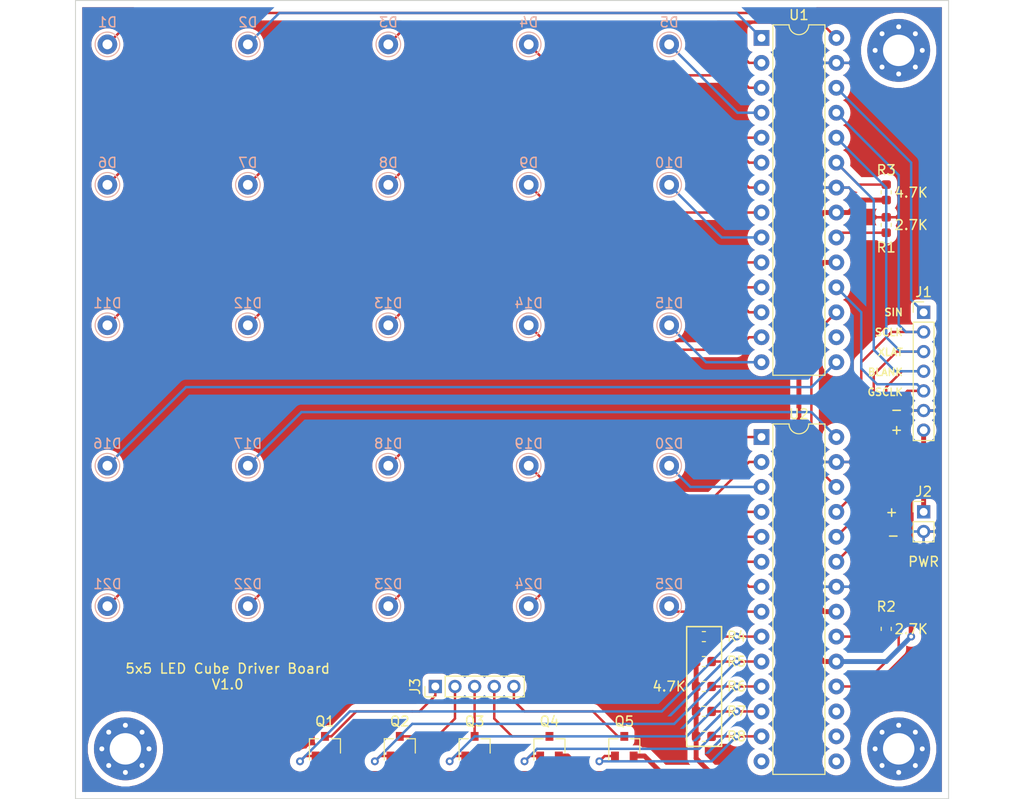
<source format=kicad_pcb>
(kicad_pcb (version 20221018) (generator pcbnew)
  (title_block (title "5x5 LED Cube Driver Board"))
  (layers (0 "F.Cu" signal) (31 "B.Cu" signal) (34 "B.Paste" user) (35 "F.Paste" user) (36 "B.SilkS" user "B.Silkscreen") (37 "F.SilkS" user "F.Silkscreen") (38 "B.Mask" user) (39 "F.Mask" user) (44 "Edge.Cuts" user))
  (net 0 "")
  (net 1 "+5V")
  (net 2 "GND")
  (net 3 "/Layer5")
  (net 4 "/Layer4")
  (net 5 "/Layer3")
  (net 6 "/Layer2")
  (net 7 "/Layer1")
  (net 8 "/Layer1Gate")
  (net 9 "/Layer2Gate")
  (net 10 "/Layer3Gate")
  (net 11 "/Layer4Gate")
  (net 12 "/Layer5Gate")
  (net 13 "/LED1")
  (net 14 "/LED15")
  (net 15 "/LED14")
  (net 16 "/LED13")
  (net 17 "/LED12")
  (net 18 "/LED11")
  (net 19 "/LED10")
  (net 20 "/LED9")
  (net 21 "/LED8")
  (net 22 "/LED7")
  (net 23 "/LED6")
  (net 24 "/LED5")
  (net 25 "/LED4")
  (net 26 "/LED3")
  (net 27 "/LED16")
  (net 28 "/LED2")
  (net 29 "/LED17")
  (net 30 "/LED25")
  (net 31 "/LED24")
  (net 32 "/LED23")
  (net 33 "/LED22")
  (net 34 "/LED21")
  (net 35 "/LED20")
  (net 36 "/LED19")
  (net 37 "/LED18")
  (net 38 "/IREF1")
  (net 39 "/IREF2")
  (net 40 "/SOUT1")
  (net 41 "/ArduinoD13(SCLK)")
  (net 42 "/ArduinoD11(SIN)")
  (net 43 "/ArduinoD10(BLANK)")
  (net 44 "/ArduinoD9(XLAT)")
  (net 45 "/ArduinoD3(GSCLK)")
  (footprint "Package_TO_SOT_SMD:SOT-23" (layer "F.Cu") (at 119.38 134.35 90)
    (fp_text reference "Q1" (at 2.524 0 180) (layer "F.SilkS"))
    (fp_text value "DMG2305UX")
    (pad "1" smd rect (at -1 -0.95 90) (size 0.9 0.8) (layers "F.Cu" "F.Paste" "F.Mask") (net 8 "/Layer1Gate"))
    (pad "2" smd rect (at -1 0.95 90) (size 0.9 0.8) (layers "F.Cu" "F.Paste" "F.Mask") (net 1 "+5V"))
    (pad "3" smd rect (at 1 0 90) (size 0.9 0.8) (layers "F.Cu" "F.Paste" "F.Mask") (net 7 "/Layer1"))
  )
  (footprint "Package_TO_SOT_SMD:SOT-23" (layer "F.Cu") (at 127 134.35 90)
    (fp_text reference "Q2" (at 2.524 0 180) (layer "F.SilkS"))
    (fp_text value "DMG2305UX")
    (pad "1" smd rect (at -1 -0.95 90) (size 0.9 0.8) (layers "F.Cu" "F.Paste" "F.Mask") (net 9 "/Layer2Gate"))
    (pad "2" smd rect (at -1 0.95 90) (size 0.9 0.8) (layers "F.Cu" "F.Paste" "F.Mask") (net 1 "+5V"))
    (pad "3" smd rect (at 1 0 90) (size 0.9 0.8) (layers "F.Cu" "F.Paste" "F.Mask") (net 6 "/Layer2"))
  )
  (footprint "Package_TO_SOT_SMD:SOT-23" (layer "F.Cu") (at 134.62 134.35 90)
    (fp_text reference "Q3" (at 2.524 0 180) (layer "F.SilkS"))
    (fp_text value "DMG2305UX")
    (pad "1" smd rect (at -1 -0.95 90) (size 0.9 0.8) (layers "F.Cu" "F.Paste" "F.Mask") (net 10 "/Layer3Gate"))
    (pad "2" smd rect (at -1 0.95 90) (size 0.9 0.8) (layers "F.Cu" "F.Paste" "F.Mask") (net 1 "+5V"))
    (pad "3" smd rect (at 1 0 90) (size 0.9 0.8) (layers "F.Cu" "F.Paste" "F.Mask") (net 5 "/Layer3"))
  )
  (footprint "Package_TO_SOT_SMD:SOT-23" (layer "F.Cu") (at 142.24 134.35 90)
    (fp_text reference "Q4" (at 2.524 0 180) (layer "F.SilkS"))
    (fp_text value "DMG2305UX")
    (pad "1" smd rect (at -1 -0.95 90) (size 0.9 0.8) (layers "F.Cu" "F.Paste" "F.Mask") (net 11 "/Layer4Gate"))
    (pad "2" smd rect (at -1 0.95 90) (size 0.9 0.8) (layers "F.Cu" "F.Paste" "F.Mask") (net 1 "+5V"))
    (pad "3" smd rect (at 1 0 90) (size 0.9 0.8) (layers "F.Cu" "F.Paste" "F.Mask") (net 4 "/Layer4"))
  )
  (footprint "Package_TO_SOT_SMD:SOT-23" (layer "F.Cu") (at 149.86 134.35 90)
    (fp_text reference "Q5" (at 2.524 0 180) (layer "F.SilkS"))
    (fp_text value "DMG2305UX")
    (pad "1" smd rect (at -1 -0.95 90) (size 0.9 0.8) (layers "F.Cu" "F.Paste" "F.Mask") (net 12 "/Layer5Gate"))
    (pad "2" smd rect (at -1 0.95 90) (size 0.9 0.8) (layers "F.Cu" "F.Paste" "F.Mask") (net 1 "+5V"))
    (pad "3" smd rect (at 1 0 90) (size 0.9 0.8) (layers "F.Cu" "F.Paste" "F.Mask") (net 3 "/Layer5"))
  )
  (footprint "Resistor_SMD:R_0603_1608Metric" (layer "F.Cu") (at 176.53 81.28 90)
    (fp_text reference "R1" (at -2.286 0 180) (layer "F.SilkS"))
    (fp_text value "2.7K")
    (pad "1" smd roundrect (at -0.7875 0 90) (size 0.875 0.95) (layers "F.Cu" "F.Paste" "F.Mask") (net 38 "/IREF1"))
    (pad "2" smd roundrect (at 0.7875 0 90) (size 0.875 0.95) (layers "F.Cu" "F.Paste" "F.Mask") (net 2 "GND"))
  )
  (footprint "Resistor_SMD:R_0603_1608Metric" (layer "F.Cu") (at 176.53 122.4025 90)
    (fp_text reference "R2" (at 2.2605 0 180) (layer "F.SilkS"))
    (fp_text value "2.7K")
    (pad "1" smd roundrect (at -0.7875 0 90) (size 0.875 0.95) (layers "F.Cu" "F.Paste" "F.Mask") (net 39 "/IREF2"))
    (pad "2" smd roundrect (at 0.7875 0 90) (size 0.875 0.95) (layers "F.Cu" "F.Paste" "F.Mask") (net 2 "GND"))
  )
  (footprint "Resistor_SMD:R_0603_1608Metric" (layer "F.Cu") (at 176.53 77.9525 -90)
    (fp_text reference "R3" (at -2.2605 0 180) (layer "F.SilkS"))
    (fp_text value "4.7K")
    (pad "1" smd roundrect (at -0.7875 0 270) (size 0.875 0.95) (layers "F.Cu" "F.Paste" "F.Mask") (net 43 "/ArduinoD10(BLANK)"))
    (pad "2" smd roundrect (at 0.7875 0 270) (size 0.875 0.95) (layers "F.Cu" "F.Paste" "F.Mask") (net 1 "+5V"))
  )
  (footprint "Package_DIP:DIP-28_W7.62mm" (layer "F.Cu") (at 163.83 62.23)
    (fp_text reference "U1" (at 3.81 -2.33) (layer "F.SilkS"))
    (fp_text value "TLC5940NT")
    (pad "1" thru_hole rect (at 0 0) (size 1.6 1.6) (drill 0.8) (layers "*.Cu" "*.Mask") (net 28 "/LED2"))
    (pad "2" thru_hole oval (at 0 2.54) (size 1.6 1.6) (drill 0.8) (layers "*.Cu" "*.Mask") (net 26 "/LED3"))
    (pad "3" thru_hole oval (at 0 5.08) (size 1.6 1.6) (drill 0.8) (layers "*.Cu" "*.Mask") (net 25 "/LED4"))
    (pad "4" thru_hole oval (at 0 7.62) (size 1.6 1.6) (drill 0.8) (layers "*.Cu" "*.Mask") (net 24 "/LED5"))
    (pad "5" thru_hole oval (at 0 10.16) (size 1.6 1.6) (drill 0.8) (layers "*.Cu" "*.Mask") (net 23 "/LED6"))
    (pad "6" thru_hole oval (at 0 12.7) (size 1.6 1.6) (drill 0.8) (layers "*.Cu" "*.Mask") (net 22 "/LED7"))
    (pad "7" thru_hole oval (at 0 15.24) (size 1.6 1.6) (drill 0.8) (layers "*.Cu" "*.Mask") (net 21 "/LED8"))
    (pad "8" thru_hole oval (at 0 17.78) (size 1.6 1.6) (drill 0.8) (layers "*.Cu" "*.Mask") (net 20 "/LED9"))
    (pad "9" thru_hole oval (at 0 20.32) (size 1.6 1.6) (drill 0.8) (layers "*.Cu" "*.Mask") (net 19 "/LED10"))
    (pad "10" thru_hole oval (at 0 22.86) (size 1.6 1.6) (drill 0.8) (layers "*.Cu" "*.Mask") (net 18 "/LED11"))
    (pad "11" thru_hole oval (at 0 25.4) (size 1.6 1.6) (drill 0.8) (layers "*.Cu" "*.Mask") (net 17 "/LED12"))
    (pad "12" thru_hole oval (at 0 27.94) (size 1.6 1.6) (drill 0.8) (layers "*.Cu" "*.Mask") (net 16 "/LED13"))
    (pad "13" thru_hole oval (at 0 30.48) (size 1.6 1.6) (drill 0.8) (layers "*.Cu" "*.Mask") (net 15 "/LED14"))
    (pad "14" thru_hole oval (at 0 33.02) (size 1.6 1.6) (drill 0.8) (layers "*.Cu" "*.Mask") (net 14 "/LED15"))
    (pad "15" thru_hole oval (at 7.62 33.02) (size 1.6 1.6) (drill 0.8) (layers "*.Cu" "*.Mask") (net 27 "/LED16"))
    (pad "16" thru_hole oval (at 7.62 30.48) (size 1.6 1.6) (drill 0.8) (layers "*.Cu" "*.Mask"))
    (pad "17" thru_hole oval (at 7.62 27.94) (size 1.6 1.6) (drill 0.8) (layers "*.Cu" "*.Mask") (net 40 "/SOUT1"))
    (pad "18" thru_hole oval (at 7.62 25.4) (size 1.6 1.6) (drill 0.8) (layers "*.Cu" "*.Mask") (net 45 "/ArduinoD3(GSCLK)"))
    (pad "19" thru_hole oval (at 7.62 22.86) (size 1.6 1.6) (drill 0.8) (layers "*.Cu" "*.Mask") (net 1 "+5V"))
    (pad "20" thru_hole oval (at 7.62 20.32) (size 1.6 1.6) (drill 0.8) (layers "*.Cu" "*.Mask") (net 38 "/IREF1"))
    (pad "21" thru_hole oval (at 7.62 17.78) (size 1.6 1.6) (drill 0.8) (layers "*.Cu" "*.Mask") (net 1 "+5V"))
    (pad "22" thru_hole oval (at 7.62 15.24) (size 1.6 1.6) (drill 0.8) (layers "*.Cu" "*.Mask") (net 2 "GND"))
    (pad "23" thru_hole oval (at 7.62 12.7) (size 1.6 1.6) (drill 0.8) (layers "*.Cu" "*.Mask") (net 43 "/ArduinoD10(BLANK)"))
    (pad "24" thru_hole oval (at 7.62 10.16) (size 1.6 1.6) (drill 0.8) (layers "*.Cu" "*.Mask") (net 44 "/ArduinoD9(XLAT)"))
    (pad "25" thru_hole oval (at 7.62 7.62) (size 1.6 1.6) (drill 0.8) (layers "*.Cu" "*.Mask") (net 41 "/ArduinoD13(SCLK)"))
    (pad "26" thru_hole oval (at 7.62 5.08) (size 1.6 1.6) (drill 0.8) (layers "*.Cu" "*.Mask") (net 42 "/ArduinoD11(SIN)"))
    (pad "27" thru_hole oval (at 7.62 2.54) (size 1.6 1.6) (drill 0.8) (layers "*.Cu" "*.Mask") (net 2 "GND"))
    (pad "28" thru_hole oval (at 7.62 0) (size 1.6 1.6) (drill 0.8) (layers "*.Cu" "*.Mask") (net 13 "/LED1"))
  )
  (footprint "Package_DIP:DIP-28_W7.62mm" (layer "F.Cu") (at 163.83 102.87)
    (fp_text reference "U2" (at 3.81 -2.33) (layer "F.SilkS"))
    (fp_text value "TLC5940NT")
    (pad "1" thru_hole rect (at 0 0) (size 1.6 1.6) (drill 0.8) (layers "*.Cu" "*.Mask") (net 37 "/LED18"))
    (pad "2" thru_hole oval (at 0 2.54) (size 1.6 1.6) (drill 0.8) (layers "*.Cu" "*.Mask") (net 36 "/LED19"))
    (pad "3" thru_hole oval (at 0 5.08) (size 1.6 1.6) (drill 0.8) (layers "*.Cu" "*.Mask") (net 35 "/LED20"))
    (pad "4" thru_hole oval (at 0 7.62) (size 1.6 1.6) (drill 0.8) (layers "*.Cu" "*.Mask") (net 34 "/LED21"))
    (pad "5" thru_hole oval (at 0 10.16) (size 1.6 1.6) (drill 0.8) (layers "*.Cu" "*.Mask") (net 33 "/LED22"))
    (pad "6" thru_hole oval (at 0 12.7) (size 1.6 1.6) (drill 0.8) (layers "*.Cu" "*.Mask") (net 32 "/LED23"))
    (pad "7" thru_hole oval (at 0 15.24) (size 1.6 1.6) (drill 0.8) (layers "*.Cu" "*.Mask") (net 31 "/LED24"))
    (pad "8" thru_hole oval (at 0 17.78) (size 1.6 1.6) (drill 0.8) (layers "*.Cu" "*.Mask") (net 30 "/LED25"))
    (pad "9" thru_hole oval (at 0 20.32) (size 1.6 1.6) (drill 0.8) (layers "*.Cu" "*.Mask") (net 8 "/Layer1Gate"))
    (pad "10" thru_hole oval (at 0 22.86) (size 1.6 1.6) (drill 0.8) (layers "*.Cu" "*.Mask") (net 9 "/Layer2Gate"))
    (pad "11" thru_hole oval (at 0 25.4) (size 1.6 1.6) (drill 0.8) (layers "*.Cu" "*.Mask") (net 10 "/Layer3Gate"))
    (pad "12" thru_hole oval (at 0 27.94) (size 1.6 1.6) (drill 0.8) (layers "*.Cu" "*.Mask") (net 11 "/Layer4Gate"))
    (pad "13" thru_hole oval (at 0 30.48) (size 1.6 1.6) (drill 0.8) (layers "*.Cu" "*.Mask") (net 12 "/Layer5Gate"))
    (pad "14" thru_hole oval (at 0 33.02) (size 1.6 1.6) (drill 0.8) (layers "*.Cu" "*.Mask"))
    (pad "15" thru_hole oval (at 7.62 33.02) (size 1.6 1.6) (drill 0.8) (layers "*.Cu" "*.Mask"))
    (pad "16" thru_hole oval (at 7.62 30.48) (size 1.6 1.6) (drill 0.8) (layers "*.Cu" "*.Mask"))
    (pad "17" thru_hole oval (at 7.62 27.94) (size 1.6 1.6) (drill 0.8) (layers "*.Cu" "*.Mask"))
    (pad "18" thru_hole oval (at 7.62 25.4) (size 1.6 1.6) (drill 0.8) (layers "*.Cu" "*.Mask") (net 45 "/ArduinoD3(GSCLK)"))
    (pad "19" thru_hole oval (at 7.62 22.86) (size 1.6 1.6) (drill 0.8) (layers "*.Cu" "*.Mask") (net 1 "+5V"))
    (pad "20" thru_hole oval (at 7.62 20.32) (size 1.6 1.6) (drill 0.8) (layers "*.Cu" "*.Mask") (net 39 "/IREF2"))
    (pad "21" thru_hole oval (at 7.62 17.78) (size 1.6 1.6) (drill 0.8) (layers "*.Cu" "*.Mask") (net 1 "+5V"))
    (pad "22" thru_hole oval (at 7.62 15.24) (size 1.6 1.6) (drill 0.8) (layers "*.Cu" "*.Mask") (net 2 "GND"))
    (pad "23" thru_hole oval (at 7.62 12.7) (size 1.6 1.6) (drill 0.8) (layers "*.Cu" "*.Mask") (net 43 "/ArduinoD10(BLANK)"))
    (pad "24" thru_hole oval (at 7.62 10.16) (size 1.6 1.6) (drill 0.8) (layers "*.Cu" "*.Mask") (net 44 "/ArduinoD9(XLAT)"))
    (pad "25" thru_hole oval (at 7.62 7.62) (size 1.6 1.6) (drill 0.8) (layers "*.Cu" "*.Mask") (net 41 "/ArduinoD13(SCLK)"))
    (pad "26" thru_hole oval (at 7.62 5.08) (size 1.6 1.6) (drill 0.8) (layers "*.Cu" "*.Mask") (net 40 "/SOUT1"))
    (pad "27" thru_hole oval (at 7.62 2.54) (size 1.6 1.6) (drill 0.8) (layers "*.Cu" "*.Mask") (net 2 "GND"))
    (pad "28" thru_hole oval (at 7.62 0) (size 1.6 1.6) (drill 0.8) (layers "*.Cu" "*.Mask") (net 29 "/LED17"))
  )
  (footprint "MountingHole:MountingHole_3.2mm_M3_Pad_Via" (layer "F.Cu") (at 177.8 63.5)
    (fp_text reference "REF**" hide)
    (fp_text value "MountingHole_3.2mm_M3_Pad_Via")
    (pad "1" thru_hole circle (at -2.4 0) (size 0.8 0.8) (drill 0.5) (layers "*.Cu" "*.Mask"))
    (pad "1" thru_hole circle (at -1.697056 -1.697056) (size 0.8 0.8) (drill 0.5) (layers "*.Cu" "*.Mask"))
    (pad "1" thru_hole circle (at -1.697056 1.697056) (size 0.8 0.8) (drill 0.5) (layers "*.Cu" "*.Mask"))
    (pad "1" thru_hole circle (at 0 -2.4) (size 0.8 0.8) (drill 0.5) (layers "*.Cu" "*.Mask"))
    (pad "1" thru_hole circle (at 0 0) (size 6.4 6.4) (drill 3.2) (layers "*.Cu" "*.Mask"))
    (pad "1" thru_hole circle (at 0 2.4) (size 0.8 0.8) (drill 0.5) (layers "*.Cu" "*.Mask"))
    (pad "1" thru_hole circle (at 1.697056 -1.697056) (size 0.8 0.8) (drill 0.5) (layers "*.Cu" "*.Mask"))
    (pad "1" thru_hole circle (at 1.697056 1.697056) (size 0.8 0.8) (drill 0.5) (layers "*.Cu" "*.Mask"))
    (pad "1" thru_hole circle (at 2.4 0) (size 0.8 0.8) (drill 0.5) (layers "*.Cu" "*.Mask"))
  )
  (footprint "MountingHole:MountingHole_3.2mm_M3_Pad_Via" (layer "F.Cu") (at 99.06 134.62)
    (fp_text reference "REF**" hide)
    (fp_text value "MountingHole_3.2mm_M3_Pad_Via")
    (pad "1" thru_hole circle (at -2.4 0) (size 0.8 0.8) (drill 0.5) (layers "*.Cu" "*.Mask"))
    (pad "1" thru_hole circle (at -1.697056 -1.697056) (size 0.8 0.8) (drill 0.5) (layers "*.Cu" "*.Mask"))
    (pad "1" thru_hole circle (at -1.697056 1.697056) (size 0.8 0.8) (drill 0.5) (layers "*.Cu" "*.Mask"))
    (pad "1" thru_hole circle (at 0 -2.4) (size 0.8 0.8) (drill 0.5) (layers "*.Cu" "*.Mask"))
    (pad "1" thru_hole circle (at 0 0) (size 6.4 6.4) (drill 3.2) (layers "*.Cu" "*.Mask"))
    (pad "1" thru_hole circle (at 0 2.4) (size 0.8 0.8) (drill 0.5) (layers "*.Cu" "*.Mask"))
    (pad "1" thru_hole circle (at 1.697056 -1.697056) (size 0.8 0.8) (drill 0.5) (layers "*.Cu" "*.Mask"))
    (pad "1" thru_hole circle (at 1.697056 1.697056) (size 0.8 0.8) (drill 0.5) (layers "*.Cu" "*.Mask"))
    (pad "1" thru_hole circle (at 2.4 0) (size 0.8 0.8) (drill 0.5) (layers "*.Cu" "*.Mask"))
  )
  (footprint "MountingHole:MountingHole_3.2mm_M3_Pad_Via" (layer "F.Cu") (at 177.8 134.62)
    (fp_text reference "REF**" hide)
    (fp_text value "MountingHole_3.2mm_M3_Pad_Via")
    (pad "1" thru_hole circle (at -2.4 0) (size 0.8 0.8) (drill 0.5) (layers "*.Cu" "*.Mask"))
    (pad "1" thru_hole circle (at -1.697056 -1.697056) (size 0.8 0.8) (drill 0.5) (layers "*.Cu" "*.Mask"))
    (pad "1" thru_hole circle (at -1.697056 1.697056) (size 0.8 0.8) (drill 0.5) (layers "*.Cu" "*.Mask"))
    (pad "1" thru_hole circle (at 0 -2.4) (size 0.8 0.8) (drill 0.5) (layers "*.Cu" "*.Mask"))
    (pad "1" thru_hole circle (at 0 0) (size 6.4 6.4) (drill 3.2) (layers "*.Cu" "*.Mask"))
    (pad "1" thru_hole circle (at 0 2.4) (size 0.8 0.8) (drill 0.5) (layers "*.Cu" "*.Mask"))
    (pad "1" thru_hole circle (at 1.697056 -1.697056) (size 0.8 0.8) (drill 0.5) (layers "*.Cu" "*.Mask"))
    (pad "1" thru_hole circle (at 1.697056 1.697056) (size 0.8 0.8) (drill 0.5) (layers "*.Cu" "*.Mask"))
    (pad "1" thru_hole circle (at 2.4 0) (size 0.8 0.8) (drill 0.5) (layers "*.Cu" "*.Mask"))
  )
  (footprint "Connector_PinHeader_2.00mm:PinHeader_1x02_P2.00mm_Vertical" (layer "F.Cu") (at 180.34 110.49)
    (fp_text reference "J2" (at 0 -2.06) (layer "F.SilkS"))
    (fp_text value "Power")
    (pad "1" thru_hole rect (at 0 0) (size 1.35 1.35) (drill 0.8) (layers "*.Cu" "*.Mask") (net 1 "+5V"))
    (pad "2" thru_hole oval (at 0 2) (size 1.35 1.35) (drill 0.8) (layers "*.Cu" "*.Mask") (net 2 "GND"))
  )
  (footprint "Resistor_SMD:R_0603_1608Metric" (layer "F.Cu") (at 157.9625 133.35)
    (fp_text reference "R8" (at 3.3275 0) (layer "F.SilkS"))
    (fp_text value "4.7K")
    (pad "1" smd roundrect (at -0.7875 0) (size 0.875 0.95) (layers "F.Cu" "F.Paste" "F.Mask") (net 1 "+5V"))
    (pad "2" smd roundrect (at 0.7875 0) (size 0.875 0.95) (layers "F.Cu" "F.Paste" "F.Mask") (net 12 "/Layer5Gate"))
  )
  (footprint "Resistor_SMD:R_0603_1608Metric" (layer "F.Cu") (at 157.9625 128.27)
    (fp_text reference "R6" (at 3.3275 0) (layer "F.SilkS"))
    (fp_text value "4.7K")
    (pad "1" smd roundrect (at -0.7875 0) (size 0.875 0.95) (layers "F.Cu" "F.Paste" "F.Mask") (net 1 "+5V"))
    (pad "2" smd roundrect (at 0.7875 0) (size 0.875 0.95) (layers "F.Cu" "F.Paste" "F.Mask") (net 10 "/Layer3Gate"))
  )
  (footprint "Resistor_SMD:R_0603_1608Metric" (layer "F.Cu") (at 157.9625 125.73)
    (fp_text reference "R5" (at 3.3275 0) (layer "F.SilkS"))
    (fp_text value "4.7K")
    (pad "1" smd roundrect (at -0.7875 0) (size 0.875 0.95) (layers "F.Cu" "F.Paste" "F.Mask") (net 1 "+5V"))
    (pad "2" smd roundrect (at 0.7875 0) (size 0.875 0.95) (layers "F.Cu" "F.Paste" "F.Mask") (net 9 "/Layer2Gate"))
  )
  (footprint "Connector_PinHeader_2.00mm:PinHeader_1x07_P2.00mm_Vertical" (layer "F.Cu") (at 180.34 90.17)
    (fp_text reference "J1" (at 0 -2.06) (layer "F.SilkS"))
    (fp_text value "Arduino")
    (pad "1" thru_hole rect (at 0 0) (size 1.35 1.35) (drill 0.8) (layers "*.Cu" "*.Mask") (net 42 "/ArduinoD11(SIN)"))
    (pad "2" thru_hole oval (at 0 2) (size 1.35 1.35) (drill 0.8) (layers "*.Cu" "*.Mask") (net 41 "/ArduinoD13(SCLK)"))
    (pad "3" thru_hole oval (at 0 4) (size 1.35 1.35) (drill 0.8) (layers "*.Cu" "*.Mask") (net 44 "/ArduinoD9(XLAT)"))
    (pad "4" thru_hole oval (at 0 6) (size 1.35 1.35) (drill 0.8) (layers "*.Cu" "*.Mask") (net 43 "/ArduinoD10(BLANK)"))
    (pad "5" thru_hole oval (at 0 8) (size 1.35 1.35) (drill 0.8) (layers "*.Cu" "*.Mask") (net 45 "/ArduinoD3(GSCLK)"))
    (pad "6" thru_hole oval (at 0 10) (size 1.35 1.35) (drill 0.8) (layers "*.Cu" "*.Mask") (net 2 "GND"))
    (pad "7" thru_hole oval (at 0 12) (size 1.35 1.35) (drill 0.8) (layers "*.Cu" "*.Mask") (net 1 "+5V"))
  )
  (footprint "Resistor_SMD:R_0603_1608Metric" (layer "F.Cu") (at 157.9625 123.19)
    (fp_text reference "R4" (at 3.3275 0) (layer "F.SilkS"))
    (fp_text value "4.7K")
    (pad "1" smd roundrect (at -0.7875 0) (size 0.875 0.95) (layers "F.Cu" "F.Paste" "F.Mask") (net 1 "+5V"))
    (pad "2" smd roundrect (at 0.7875 0) (size 0.875 0.95) (layers "F.Cu" "F.Paste" "F.Mask") (net 8 "/Layer1Gate"))
  )
  (footprint "Resistor_SMD:R_0603_1608Metric" (layer "F.Cu") (at 157.9625 130.81)
    (fp_text reference "R7" (at 3.3275 0) (layer "F.SilkS"))
    (fp_text value "4.7K")
    (pad "1" smd roundrect (at -0.7875 0) (size 0.875 0.95) (layers "F.Cu" "F.Paste" "F.Mask") (net 1 "+5V"))
    (pad "2" smd roundrect (at 0.7875 0) (size 0.875 0.95) (layers "F.Cu" "F.Paste" "F.Mask") (net 11 "/Layer4Gate"))
  )
  (footprint "Connector_PinHeader_2.00mm:PinHeader_1x05_P2.00mm_Vertical" (layer "F.Cu") (at 130.62 128.27 90)
    (fp_text reference "J3" (at 0 -2.06 90) (layer "F.SilkS"))
    (fp_text value "Layers")
    (pad "1" thru_hole rect (at 0 0 90) (size 1.35 1.35) (drill 0.8) (layers "*.Cu" "*.Mask") (net 7 "/Layer1"))
    (pad "2" thru_hole oval (at 0 2 90) (size 1.35 1.35) (drill 0.8) (layers "*.Cu" "*.Mask") (net 6 "/Layer2"))
    (pad "3" thru_hole oval (at 0 4 90) (size 1.35 1.35) (drill 0.8) (layers "*.Cu" "*.Mask") (net 5 "/Layer3"))
    (pad "4" thru_hole oval (at 0 6 90) (size 1.35 1.35) (drill 0.8) (layers "*.Cu" "*.Mask") (net 4 "/Layer4"))
    (pad "5" thru_hole oval (at 0 8 90) (size 1.35 1.35) (drill 0.8) (layers "*.Cu" "*.Mask") (net 3 "/Layer5"))
  )
  (footprint "Connector_Pin:Pin_D1.0mm_L10.0mm" (layer "B.Cu") (at 97.23 62.89)
    (fp_text reference "D1" (at 0 -2.25) (layer "B.SilkS") (effects (justify mirror)))
    (fp_text value "LED")
    (pad "1" thru_hole circle (at 0 0) (size 2 2) (drill 1) (layers "*.Cu" "*.Mask") (net 13 "/LED1"))
  )
  (footprint "Connector_Pin:Pin_D1.0mm_L10.0mm" (layer "B.Cu") (at 111.53 62.89)
    (fp_text reference "D2" (at 0 -2.25) (layer "B.SilkS") (effects (justify mirror)))
    (fp_text value "LED")
    (pad "1" thru_hole circle (at 0 0) (size 2 2) (drill 1) (layers "*.Cu" "*.Mask") (net 28 "/LED2"))
  )
  (footprint "Connector_Pin:Pin_D1.0mm_L10.0mm" (layer "B.Cu") (at 125.83 62.89)
    (fp_text reference "D3" (at 0 -2.25) (layer "B.SilkS") (effects (justify mirror)))
    (fp_text value "LED")
    (pad "1" thru_hole circle (at 0 0) (size 2 2) (drill 1) (layers "*.Cu" "*.Mask") (net 26 "/LED3"))
  )
  (footprint "Connector_Pin:Pin_D1.0mm_L10.0mm" (layer "B.Cu") (at 140.13 62.89)
    (fp_text reference "D4" (at 0 -2.25) (layer "B.SilkS") (effects (justify mirror)))
    (fp_text value "LED")
    (pad "1" thru_hole circle (at 0 0) (size 2 2) (drill 1) (layers "*.Cu" "*.Mask") (net 25 "/LED4"))
  )
  (footprint "Connector_Pin:Pin_D1.0mm_L10.0mm" (layer "B.Cu") (at 154.43 62.89)
    (fp_text reference "D5" (at 0 -2.25) (layer "B.SilkS") (effects (justify mirror)))
    (fp_text value "LED")
    (pad "1" thru_hole circle (at 0 0) (size 2 2) (drill 1) (layers "*.Cu" "*.Mask") (net 24 "/LED5"))
  )
  (footprint "Connector_Pin:Pin_D1.0mm_L10.0mm" (layer "B.Cu") (at 111.53 77.19)
    (fp_text reference "D7" (at 0 -2.25) (layer "B.SilkS") (effects (justify mirror)))
    (fp_text value "LED")
    (pad "1" thru_hole circle (at 0 0) (size 2 2) (drill 1) (layers "*.Cu" "*.Mask") (net 22 "/LED7"))
  )
  (footprint "Connector_Pin:Pin_D1.0mm_L10.0mm" (layer "B.Cu") (at 125.83 77.19)
    (fp_text reference "D8" (at 0 -2.25) (layer "B.SilkS") (effects (justify mirror)))
    (fp_text value "LED")
    (pad "1" thru_hole circle (at 0 0) (size 2 2) (drill 1) (layers "*.Cu" "*.Mask") (net 21 "/LED8"))
  )
  (footprint "Connector_Pin:Pin_D1.0mm_L10.0mm" (layer "B.Cu") (at 140.13 77.19)
    (fp_text reference "D9" (at 0 -2.25) (layer "B.SilkS") (effects (justify mirror)))
    (fp_text value "LED")
    (pad "1" thru_hole circle (at 0 0) (size 2 2) (drill 1) (layers "*.Cu" "*.Mask") (net 20 "/LED9"))
  )
  (footprint "Connector_Pin:Pin_D1.0mm_L10.0mm" (layer "B.Cu") (at 154.43 77.19)
    (fp_text reference "D10" (at 0 -2.25) (layer "B.SilkS") (effects (justify mirror)))
    (fp_text value "LED")
    (pad "1" thru_hole circle (at 0 0) (size 2 2) (drill 1) (layers "*.Cu" "*.Mask") (net 19 "/LED10"))
  )
  (footprint "Connector_Pin:Pin_D1.0mm_L10.0mm" (layer "B.Cu") (at 97.23 91.49)
    (fp_text reference "D11" (at 0 -2.25) (layer "B.SilkS") (effects (justify mirror)))
    (fp_text value "LED")
    (pad "1" thru_hole circle (at 0 0) (size 2 2) (drill 1) (layers "*.Cu" "*.Mask") (net 18 "/LED11"))
  )
  (footprint "Connector_Pin:Pin_D1.0mm_L10.0mm" (layer "B.Cu") (at 111.53 91.49)
    (fp_text reference "D12" (at 0 -2.25) (layer "B.SilkS") (effects (justify mirror)))
    (fp_text value "LED")
    (pad "1" thru_hole circle (at 0 0) (size 2 2) (drill 1) (layers "*.Cu" "*.Mask") (net 17 "/LED12"))
  )
  (footprint "Connector_Pin:Pin_D1.0mm_L10.0mm" (layer "B.Cu") (at 125.83 91.49)
    (fp_text reference "D13" (at 0 -2.25) (layer "B.SilkS") (effects (justify mirror)))
    (fp_text value "LED")
    (pad "1" thru_hole circle (at 0 0) (size 2 2) (drill 1) (layers "*.Cu" "*.Mask") (net 16 "/LED13"))
  )
  (footprint "Connector_Pin:Pin_D1.0mm_L10.0mm" (layer "B.Cu") (at 140.13 91.49)
    (fp_text reference "D14" (at 0 -2.25) (layer "B.SilkS") (effects (justify mirror)))
    (fp_text value "LED")
    (pad "1" thru_hole circle (at 0 0) (size 2 2) (drill 1) (layers "*.Cu" "*.Mask") (net 15 "/LED14"))
  )
  (footprint "Connector_Pin:Pin_D1.0mm_L10.0mm" (layer "B.Cu") (at 154.43 91.49)
    (fp_text reference "D15" (at 0 -2.25) (layer "B.SilkS") (effects (justify mirror)))
    (fp_text value "LED")
    (pad "1" thru_hole circle (at 0 0) (size 2 2) (drill 1) (layers "*.Cu" "*.Mask") (net 14 "/LED15"))
  )
  (footprint "Connector_Pin:Pin_D1.0mm_L10.0mm" (layer "B.Cu") (at 97.23 105.79)
    (fp_text reference "D16" (at 0 -2.25) (layer "B.SilkS") (effects (justify mirror)))
    (fp_text value "LED")
    (pad "1" thru_hole circle (at 0 0) (size 2 2) (drill 1) (layers "*.Cu" "*.Mask") (net 27 "/LED16"))
  )
  (footprint "Connector_Pin:Pin_D1.0mm_L10.0mm" (layer "B.Cu") (at 111.53 105.79)
    (fp_text reference "D17" (at 0 -2.25) (layer "B.SilkS") (effects (justify mirror)))
    (fp_text value "LED")
    (pad "1" thru_hole circle (at 0 0) (size 2 2) (drill 1) (layers "*.Cu" "*.Mask") (net 29 "/LED17"))
  )
  (footprint "Connector_Pin:Pin_D1.0mm_L10.0mm" (layer "B.Cu") (at 125.83 105.79)
    (fp_text reference "D18" (at 0 -2.25) (layer "B.SilkS") (effects (justify mirror)))
    (fp_text value "LED")
    (pad "1" thru_hole circle (at 0 0) (size 2 2) (drill 1) (layers "*.Cu" "*.Mask") (net 37 "/LED18"))
  )
  (footprint "Connector_Pin:Pin_D1.0mm_L10.0mm" (layer "B.Cu") (at 140.13 105.79)
    (fp_text reference "D19" (at 0 -2.25) (layer "B.SilkS") (effects (justify mirror)))
    (fp_text value "LED")
    (pad "1" thru_hole circle (at 0 0) (size 2 2) (drill 1) (layers "*.Cu" "*.Mask") (net 36 "/LED19"))
  )
  (footprint "Connector_Pin:Pin_D1.0mm_L10.0mm" (layer "B.Cu") (at 154.43 105.79)
    (fp_text reference "D20" (at 0 -2.25) (layer "B.SilkS") (effects (justify mirror)))
    (fp_text value "LED")
    (pad "1" thru_hole circle (at 0 0) (size 2 2) (drill 1) (layers "*.Cu" "*.Mask") (net 35 "/LED20"))
  )
  (footprint "Connector_Pin:Pin_D1.0mm_L10.0mm" (layer "B.Cu") (at 97.23 120.09)
    (fp_text reference "D21" (at 0 -2.25) (layer "B.SilkS") (effects (justify mirror)))
    (fp_text value "LED")
    (pad "1" thru_hole circle (at 0 0) (size 2 2) (drill 1) (layers "*.Cu" "*.Mask") (net 34 "/LED21"))
  )
  (footprint "Connector_Pin:Pin_D1.0mm_L10.0mm" (layer "B.Cu") (at 111.53 120.09)
    (fp_text reference "D22" (at 0 -2.25) (layer "B.SilkS") (effects (justify mirror)))
    (fp_text value "LED")
    (pad "1" thru_hole circle (at 0 0) (size 2 2) (drill 1) (layers "*.Cu" "*.Mask") (net 33 "/LED22"))
  )
  (footprint "Connector_Pin:Pin_D1.0mm_L10.0mm" (layer "B.Cu") (at 125.83 120.09)
    (fp_text reference "D23" (at 0 -2.25) (layer "B.SilkS") (effects (justify mirror)))
    (fp_text value "LED")
    (pad "1" thru_hole circle (at 0 0) (size 2 2) (drill 1) (layers "*.Cu" "*.Mask") (net 32 "/LED23"))
  )
  (footprint "Connector_Pin:Pin_D1.0mm_L10.0mm" (layer "B.Cu") (at 140.13 120.09)
    (fp_text reference "D24" (at 0 -2.25) (layer "B.SilkS") (effects (justify mirror)))
    (fp_text value "LED")
    (pad "1" thru_hole circle (at 0 0) (size 2 2) (drill 1) (layers "*.Cu" "*.Mask") (net 31 "/LED24"))
  )
  (footprint "Connector_Pin:Pin_D1.0mm_L10.0mm" (layer "B.Cu") (at 154.43 120.09)
    (fp_text reference "D25" (at 0 -2.25) (layer "B.SilkS") (effects (justify mirror)))
    (fp_text value "LED")
    (pad "1" thru_hole circle (at 0 0) (size 2 2) (drill 1) (layers "*.Cu" "*.Mask") (net 30 "/LED25"))
  )
  (footprint "Connector_Pin:Pin_D1.0mm_L10.0mm" (layer "B.Cu") (at 97.23 77.19)
    (fp_text reference "D6" (at 0 -2.25) (layer "B.SilkS") (effects (justify mirror)))
    (fp_text value "LED")
    (pad "1" thru_hole circle (at 0 0) (size 2 2) (drill 1) (layers "*.Cu" "*.Mask") (net 23 "/LED6"))
  )
  (gr_line (start 159.766 122.174) (end 156.21 122.174) (stroke (width 0.15)) (layer "F.SilkS"))
  (gr_line (start 159.766 134.366) (end 159.766 122.174) (stroke (width 0.15)) (layer "F.SilkS"))
  (gr_line (start 156.21 122.174) (end 156.21 134.366) (stroke (width 0.15)) (layer "F.SilkS"))
  (gr_line (start 156.21 134.366) (end 159.766 134.366) (stroke (width 0.15)) (layer "F.SilkS"))
  (gr_line (start 93.98 58.42) (end 182.88 58.42) (stroke (width 0.1)) (layer "Edge.Cuts"))
  (gr_line (start 182.88 58.42) (end 182.88 139.7) (stroke (width 0.1)) (layer "Edge.Cuts"))
  (gr_line (start 93.98 139.7) (end 93.98 58.42) (stroke (width 0.1)) (layer "Edge.Cuts"))
  (gr_line (start 182.88 139.7) (end 93.98 139.7) (stroke (width 0.1)) (layer "Edge.Cuts"))
  (gr_text "2.7K" (at 179.07 81.28) (layer "F.SilkS") (effects (font (size 1 1))))
  (gr_text "-" (at 178.308 100.076) (layer "F.SilkS") (effects (font (size 1 1)) (justify right)))
  (gr_text "BLANK" (at 178.308 96.266) (layer "F.SilkS") (effects (font (size 0.75 0.75)) (justify right)))
  (gr_text "4.7K" (at 179.07 77.978) (layer "F.SilkS") (effects (font (size 1 1))))
  (gr_text "SCLK" (at 178.308 92.202) (layer "F.SilkS") (effects (font (size 0.75 0.75)) (justify right)))
  (gr_text "-" (at 176.53 113.03 180) (layer "F.SilkS") (effects (font (size 1 1)) (justify right)))
  (gr_text "SIN" (at 178.308 90.17) (layer "F.SilkS") (effects (font (size 0.75 0.75)) (justify right)))
  (gr_text "PWR" (at 180.34 115.57) (layer "F.SilkS") (effects (font (size 1 1))))
  (gr_text "+" (at 178.308 102.108) (layer "F.SilkS") (effects (font (size 1 1)) (justify right)))
  (gr_text "XLAT" (at 178.308 94.234) (layer "F.SilkS") (effects (font (size 0.75 0.75)) (justify right)))
  (gr_text "+" (at 177.8 110.49) (layer "F.SilkS") (effects (font (size 1 1)) (justify right)))
  (gr_text "2.7K" (at 179.07 122.428) (layer "F.SilkS") (effects (font (size 1 1))))
  (gr_text "GSCLK" (at 178.308 98.298) (layer "F.SilkS") (effects (font (size 0.75 0.75)) (justify right)))
  (gr_text "5x5 LED Cube Driver Board\nV1.0" (at 109.474 127.254) (layer "F.SilkS") (effects (font (size 1 1))))
  (gr_text "4.7K" (at 156.21 128.27) (layer "F.SilkS") (effects (font (size 1 1)) (justify right)))
  (segment (start 179.07 123.19) (end 179.07 123.19) (width 0.5) (layer "F.Cu") (net 1))
  (segment (start 154.94 137.13) (end 153.7 137.13) (width 0.5) (layer "F.Cu") (net 1))
  (segment (start 130.63 137.13) (end 123.01 137.13) (width 0.5) (layer "F.Cu") (net 1))
  (segment (start 167.64 123.19) (end 167.64 135.89) (width 0.5) (layer "F.Cu") (net 1))
  (segment (start 123.01 137.13) (end 121.23 135.35) (width 0.5) (layer "F.Cu") (net 1))
  (segment (start 171.45 120.65) (end 170.18 120.65) (width 0.5) (layer "F.Cu") (net 1))
  (segment (start 162.56 138.43) (end 161.26 137.13) (width 0.5) (layer "F.Cu") (net 1))
  (segment (start 173.99 78.74) (end 172.72 80.01) (width 0.5) (layer "F.Cu") (net 1))
  (segment (start 145.87 137.13) (end 138.25 137.13) (width 0.5) (layer "F.Cu") (net 1))
  (segment (start 158.72 137.13) (end 154.94 137.13) (width 0.5) (layer "F.Cu") (net 1))
  (segment (start 180.34 106.68) (end 179.07 107.95) (width 0.5) (layer "F.Cu") (net 1))
  (segment (start 130.63 137.13) (end 128.85 135.35) (width 0.5) (layer "F.Cu") (net 1))
  (segment (start 171.45 125.73) (end 170.18 125.73) (width 0.5) (layer "F.Cu") (net 1))
  (segment (start 180.34 105.41) (end 180.34 106.68) (width 0.5) (layer "F.Cu") (net 1))
  (segment (start 170.18 120.65) (end 167.64 118.11) (width 0.5) (layer "F.Cu") (net 1))
  (segment (start 167.64 88.9) (end 167.64 87.63) (width 0.5) (layer "F.Cu") (net 1))
  (segment (start 167.64 82.55) (end 167.64 86.36) (width 0.5) (layer "F.Cu") (net 1))
  (segment (start 167.64 86.36) (end 167.64 83.82) (width 0.5) (layer "F.Cu") (net 1))
  (segment (start 170.18 125.73) (end 167.64 123.19) (width 0.5) (layer "F.Cu") (net 1))
  (segment (start 145.87 137.13) (end 144.09 135.35) (width 0.5) (layer "F.Cu") (net 1))
  (segment (start 128.85 135.35) (end 127.95 135.35) (width 0.5) (layer "F.Cu") (net 1))
  (segment (start 167.64 116.84) (end 167.64 118.11) (width 0.5) (layer "F.Cu") (net 1))
  (segment (start 161.26 137.13) (end 158.72 137.13) (width 0.5) (layer "F.Cu") (net 1))
  (segment (start 170.18 85.09) (end 167.64 87.63) (width 0.5) (layer "F.Cu") (net 1))
  (segment (start 121.23 135.35) (end 120.33 135.35) (width 0.5) (layer "F.Cu") (net 1))
  (segment (start 138.25 137.13) (end 130.63 137.13) (width 0.5) (layer "F.Cu") (net 1))
  (segment (start 167.64 87.63) (end 167.64 86.36) (width 0.5) (layer "F.Cu") (net 1))
  (segment (start 167.64 118.11) (end 167.64 121.92) (width 0.5) (layer "F.Cu") (net 1))
  (segment (start 167.64 88.9) (end 167.64 116.84) (width 0.5) (layer "F.Cu") (net 1))
  (segment (start 171.45 85.09) (end 170.18 85.09) (width 0.5) (layer "F.Cu") (net 1))
  (segment (start 153.7 137.13) (end 145.87 137.13) (width 0.5) (layer "F.Cu") (net 1))
  (segment (start 171.45 80.01) (end 170.18 80.01) (width 0.5) (layer "F.Cu") (net 1))
  (segment (start 167.64 121.92) (end 167.64 123.19) (width 0.5) (layer "F.Cu") (net 1))
  (segment (start 180.34 110.49) (end 180.34 105.41) (width 0.5) (layer "F.Cu") (net 1))
  (segment (start 170.18 80.01) (end 167.64 82.55) (width 0.5) (layer "F.Cu") (net 1))
  (segment (start 180.34 105.41) (end 180.34 102.17) (width 0.5) (layer "F.Cu") (net 1))
  (segment (start 151.92 135.35) (end 150.81 135.35) (width 0.5) (layer "F.Cu") (net 1))
  (segment (start 167.64 135.89) (end 165.1 138.43) (width 0.5) (layer "F.Cu") (net 1))
  (segment (start 165.1 138.43) (end 162.56 138.43) (width 0.5) (layer "F.Cu") (net 1))
  (segment (start 157.175 123.19) (end 157.175 135.585) (width 0.5) (layer "F.Cu") (net 1))
  (segment (start 136.47 135.35) (end 135.57 135.35) (width 0.5) (layer "F.Cu") (net 1))
  (segment (start 172.72 80.01) (end 171.45 80.01) (width 0.5) (layer "F.Cu") (net 1))
  (segment (start 153.7 137.13) (end 151.92 135.35) (width 0.5) (layer "F.Cu") (net 1))
  (segment (start 157.175 135.585) (end 158.72 137.13) (width 0.5) (layer "F.Cu") (net 1))
  (segment (start 138.25 137.13) (end 136.47 135.35) (width 0.5) (layer "F.Cu") (net 1))
  (segment (start 144.09 135.35) (end 143.19 135.35) (width 0.5) (layer "F.Cu") (net 1))
  (segment (start 176.53 78.74) (end 173.99 78.74) (width 0.5) (layer "F.Cu") (net 1))
  (segment (start 179.07 107.95) (end 179.07 123.19) (width 0.5) (layer "F.Cu") (net 1))
  (via (at 179.07 123.19) (size 0.8) (drill 0.4) (layers "F.Cu" "B.Cu") (net 1))
  (segment (start 176.53 125.73) (end 179.07 123.19) (width 0.5) (layer "B.Cu") (net 1))
  (segment (start 171.45 125.73) (end 176.53 125.73) (width 0.5) (layer "B.Cu") (net 1))
  (segment (start 149.86 133.35) (end 149.21 133.35) (width 0.25) (layer "F.Cu") (net 3))
  (segment (start 149.21 133.35) (end 146.67 130.81) (width 0.25) (layer "F.Cu") (net 3))
  (segment (start 139.7 130.81) (end 146.67 130.81) (width 0.25) (layer "F.Cu") (net 3))
  (segment (start 138.62 128.27) (end 138.62 129.73) (width 0.25) (layer "F.Cu") (net 3))
  (segment (start 138.62 129.73) (end 139.7 130.81) (width 0.25) (layer "F.Cu") (net 3))
  (segment (start 136.62 131.54) (end 138.43 133.35) (width 0.25) (layer "F.Cu") (net 4))
  (segment (start 136.62 128.27) (end 136.62 131.54) (width 0.25) (layer "F.Cu") (net 4))
  (segment (start 138.43 133.35) (end 142.24 133.35) (width 0.25) (layer "F.Cu") (net 4))
  (segment (start 134.62 133.35) (end 134.62 128.27) (width 0.25) (layer "F.Cu") (net 5))
  (segment (start 132.62 128.27) (end 132.62 131.54) (width 0.25) (layer "F.Cu") (net 6))
  (segment (start 130.81 133.35) (end 127 133.35) (width 0.25) (layer "F.Cu") (net 6))
  (segment (start 132.62 131.54) (end 130.81 133.35) (width 0.25) (layer "F.Cu") (net 6))
  (segment (start 128.27 130.81) (end 122.57 130.81) (width 0.25) (layer "F.Cu") (net 7))
  (segment (start 129.005 130.81) (end 128.27 130.81) (width 0.25) (layer "F.Cu") (net 7))
  (segment (start 120.03 133.35) (end 119.38 133.35) (width 0.25) (layer "F.Cu") (net 7))
  (segment (start 130.62 128.27) (end 130.62 129.195) (width 0.25) (layer "F.Cu") (net 7))
  (segment (start 130.62 129.195) (end 129.005 130.81) (width 0.25) (layer "F.Cu") (net 7))
  (segment (start 122.57 130.81) (end 120.03 133.35) (width 0.25) (layer "F.Cu") (net 7))
  (segment (start 116.84 135.89) (end 116.84 135.89) (width 0.25) (layer "F.Cu") (net 8))
  (segment (start 161.29 123.19) (end 158.75 123.19) (width 0.25) (layer "F.Cu") (net 8))
  (segment (start 117.38 135.35) (end 116.84 135.89) (width 0.25) (layer "F.Cu") (net 8))
  (segment (start 163.83 123.19) (end 161.29 123.19) (width 0.25) (layer "F.Cu") (net 8))
  (segment (start 118.43 135.35) (end 117.38 135.35) (width 0.25) (layer "F.Cu") (net 8))
  (via (at 161.29 123.19) (size 0.8) (drill 0.4) (layers "F.Cu" "B.Cu") (net 8))
  (via (at 116.84 135.89) (size 0.8) (drill 0.4) (layers "F.Cu" "B.Cu") (net 8))
  (segment (start 121.92 130.81) (end 153.67 130.81) (width 0.25) (layer "B.Cu") (net 8))
  (segment (start 153.67 130.81) (end 161.29 123.19) (width 0.25) (layer "B.Cu") (net 8))
  (segment (start 116.84 135.89) (end 121.92 130.81) (width 0.25) (layer "B.Cu") (net 8))
  (segment (start 124.46 135.89) (end 124.46 135.89) (width 0.25) (layer "F.Cu") (net 9))
  (segment (start 161.29 125.73) (end 158.75 125.73) (width 0.25) (layer "F.Cu") (net 9))
  (segment (start 163.83 125.73) (end 161.29 125.73) (width 0.25) (layer "F.Cu") (net 9))
  (segment (start 126.05 135.35) (end 125 135.35) (width 0.25) (layer "F.Cu") (net 9))
  (segment (start 125 135.35) (end 124.46 135.89) (width 0.25) (layer "F.Cu") (net 9))
  (via (at 124.46 135.89) (size 0.8) (drill 0.4) (layers "F.Cu" "B.Cu") (net 9))
  (via (at 161.29 125.73) (size 0.8) (drill 0.4) (layers "F.Cu" "B.Cu") (net 9))
  (segment (start 154.94 132.08) (end 161.29 125.73) (width 0.25) (layer "B.Cu") (net 9))
  (segment (start 128.27 132.08) (end 154.94 132.08) (width 0.25) (layer "B.Cu") (net 9))
  (segment (start 124.46 135.89) (end 128.27 132.08) (width 0.25) (layer "B.Cu") (net 9))
  (segment (start 132.08 135.89) (end 132.08 135.89) (width 0.25) (layer "F.Cu") (net 10))
  (segment (start 161.29 128.27) (end 158.75 128.27) (width 0.25) (layer "F.Cu") (net 10))
  (segment (start 132.62 135.35) (end 132.08 135.89) (width 0.25) (layer "F.Cu") (net 10))
  (segment (start 133.67 135.35) (end 132.62 135.35) (width 0.25) (layer "F.Cu") (net 10))
  (segment (start 163.83 128.27) (end 161.29 128.27) (width 0.25) (layer "F.Cu") (net 10))
  (via (at 161.29 128.27) (size 0.8) (drill 0.4) (layers "F.Cu" "B.Cu") (net 10))
  (via (at 132.08 135.89) (size 0.8) (drill 0.4) (layers "F.Cu" "B.Cu") (net 10))
  (segment (start 132.08 135.89) (end 134.62 133.35) (width 0.25) (layer "B.Cu") (net 10))
  (segment (start 134.62 133.35) (end 156.21 133.35) (width 0.25) (layer "B.Cu") (net 10))
  (segment (start 156.21 133.35) (end 161.29 128.27) (width 0.25) (layer "B.Cu") (net 10))
  (segment (start 139.7 135.89) (end 139.7 135.89) (width 0.25) (layer "F.Cu") (net 11))
  (segment (start 161.29 130.81) (end 158.75 130.81) (width 0.25) (layer "F.Cu") (net 11))
  (segment (start 140.24 135.35) (end 139.7 135.89) (width 0.25) (layer "F.Cu") (net 11))
  (segment (start 163.83 130.81) (end 161.29 130.81) (width 0.25) (layer "F.Cu") (net 11))
  (segment (start 141.29 135.35) (end 140.24 135.35) (width 0.25) (layer "F.Cu") (net 11))
  (via (at 161.29 130.81) (size 0.8) (drill 0.4) (layers "F.Cu" "B.Cu") (net 11))
  (via (at 139.7 135.89) (size 0.8) (drill 0.4) (layers "F.Cu" "B.Cu") (net 11))
  (segment (start 157.48 134.62) (end 161.29 130.81) (width 0.25) (layer "B.Cu") (net 11))
  (segment (start 140.97 134.62) (end 157.48 134.62) (width 0.25) (layer "B.Cu") (net 11))
  (segment (start 139.7 135.89) (end 140.97 134.62) (width 0.25) (layer "B.Cu") (net 11))
  (segment (start 147.32 135.89) (end 147.32 135.89) (width 0.25) (layer "F.Cu") (net 12))
  (segment (start 161.29 133.35) (end 158.75 133.35) (width 0.25) (layer "F.Cu") (net 12))
  (segment (start 163.83 133.35) (end 161.29 133.35) (width 0.25) (layer "F.Cu") (net 12))
  (segment (start 147.86 135.35) (end 147.32 135.89) (width 0.25) (layer "F.Cu") (net 12))
  (segment (start 148.91 135.35) (end 147.86 135.35) (width 0.25) (layer "F.Cu") (net 12))
  (via (at 161.29 133.35) (size 0.8) (drill 0.4) (layers "F.Cu" "B.Cu") (net 12))
  (via (at 147.32 135.89) (size 0.8) (drill 0.4) (layers "F.Cu" "B.Cu") (net 12))
  (segment (start 158.75 135.89) (end 161.29 133.35) (width 0.25) (layer "B.Cu") (net 12))
  (segment (start 147.32 135.89) (end 158.75 135.89) (width 0.25) (layer "B.Cu") (net 12))
  (segment (start 100.43 59.69) (end 97.23 62.89) (width 0.25) (layer "F.Cu") (net 13))
  (segment (start 171.45 62.23) (end 168.91 59.69) (width 0.25) (layer "F.Cu") (net 13))
  (segment (start 168.91 59.69) (end 100.43 59.69) (width 0.25) (layer "F.Cu") (net 13))
  (segment (start 158.19 95.25) (end 154.43 91.49) (width 0.25) (layer "B.Cu") (net 14))
  (segment (start 163.83 95.25) (end 158.19 95.25) (width 0.25) (layer "B.Cu") (net 14))
  (segment (start 162.56 92.71) (end 161.29 93.98) (width 0.25) (layer "F.Cu") (net 15))
  (segment (start 163.83 92.71) (end 162.56 92.71) (width 0.25) (layer "F.Cu") (net 15))
  (segment (start 161.29 93.98) (end 142.62 93.98) (width 0.25) (layer "F.Cu") (net 15))
  (segment (start 142.62 93.98) (end 140.13 91.49) (width 0.25) (layer "F.Cu") (net 15))
  (segment (start 162.56 90.17) (end 161.29 88.9) (width 0.25) (layer "F.Cu") (net 16))
  (segment (start 163.83 90.17) (end 162.56 90.17) (width 0.25) (layer "F.Cu") (net 16))
  (segment (start 128.42 88.9) (end 125.83 91.49) (width 0.25) (layer "F.Cu") (net 16))
  (segment (start 161.29 88.9) (end 128.42 88.9) (width 0.25) (layer "F.Cu") (net 16))
  (segment (start 163.83 87.63) (end 115.39 87.63) (width 0.25) (layer "F.Cu") (net 17))
  (segment (start 115.39 87.63) (end 111.53 91.49) (width 0.25) (layer "F.Cu") (net 17))
  (segment (start 163.83 85.09) (end 103.63 85.09) (width 0.25) (layer "F.Cu") (net 18))
  (segment (start 103.63 85.09) (end 97.23 91.49) (width 0.25) (layer "F.Cu") (net 18))
  (segment (start 159.79 82.55) (end 154.43 77.19) (width 0.25) (layer "B.Cu") (net 19))
  (segment (start 163.83 82.55) (end 159.79 82.55) (width 0.25) (layer "B.Cu") (net 19))
  (segment (start 163.83 80.01) (end 142.95 80.01) (width 0.25) (layer "F.Cu") (net 20))
  (segment (start 142.95 80.01) (end 140.13 77.19) (width 0.25) (layer "F.Cu") (net 20))
  (segment (start 162.56 77.47) (end 160.02 74.93) (width 0.25) (layer "F.Cu") (net 21))
  (segment (start 128.09 74.93) (end 125.83 77.19) (width 0.25) (layer "F.Cu") (net 21))
  (segment (start 163.83 77.47) (end 162.56 77.47) (width 0.25) (layer "F.Cu") (net 21))
  (segment (start 160.02 74.93) (end 128.09 74.93) (width 0.25) (layer "F.Cu") (net 21))
  (segment (start 163.83 74.93) (end 162.56 74.93) (width 0.25) (layer "F.Cu") (net 22))
  (segment (start 162.56 74.93) (end 161.29 73.66) (width 0.25) (layer "F.Cu") (net 22))
  (segment (start 161.29 73.66) (end 115.06 73.66) (width 0.25) (layer "F.Cu") (net 22))
  (segment (start 115.06 73.66) (end 111.53 77.19) (width 0.25) (layer "F.Cu") (net 22))
  (segment (start 102.03 72.39) (end 97.23 77.19) (width 0.25) (layer "F.Cu") (net 23))
  (segment (start 163.83 72.39) (end 102.03 72.39) (width 0.25) (layer "F.Cu") (net 23))
  (segment (start 161.39 69.85) (end 154.43 62.89) (width 0.25) (layer "B.Cu") (net 24))
  (segment (start 163.83 69.85) (end 161.39 69.85) (width 0.25) (layer "B.Cu") (net 24))
  (segment (start 163.83 67.31) (end 162.56 67.31) (width 0.25) (layer "F.Cu") (net 25))
  (segment (start 143.28 66.04) (end 140.13 62.89) (width 0.25) (layer "F.Cu") (net 25))
  (segment (start 161.29 66.04) (end 143.28 66.04) (width 0.25) (layer "F.Cu") (net 25))
  (segment (start 162.56 67.31) (end 161.29 66.04) (width 0.25) (layer "F.Cu") (net 25))
  (segment (start 158.75 60.96) (end 127.76 60.96) (width 0.25) (layer "F.Cu") (net 26))
  (segment (start 162.56 64.77) (end 158.75 60.96) (width 0.25) (layer "F.Cu") (net 26))
  (segment (start 163.83 64.77) (end 162.56 64.77) (width 0.25) (layer "F.Cu") (net 26))
  (segment (start 127.76 60.96) (end 125.83 62.89) (width 0.25) (layer "F.Cu") (net 26))
  (segment (start 168.91 97.79) (end 105.23 97.79) (width 0.25) (layer "B.Cu") (net 27))
  (segment (start 105.23 97.79) (end 97.23 105.79) (width 0.25) (layer "B.Cu") (net 27))
  (segment (start 171.45 95.25) (end 168.91 97.79) (width 0.25) (layer "B.Cu") (net 27))
  (segment (start 163.83 62.23) (end 161.29 59.69) (width 0.25) (layer "B.Cu") (net 28))
  (segment (start 161.29 59.69) (end 114.73 59.69) (width 0.25) (layer "B.Cu") (net 28))
  (segment (start 114.73 59.69) (end 111.53 62.89) (width 0.25) (layer "B.Cu") (net 28))
  (segment (start 168.91 100.33) (end 116.99 100.33) (width 0.25) (layer "B.Cu") (net 29))
  (segment (start 171.45 102.87) (end 168.91 100.33) (width 0.25) (layer "B.Cu") (net 29))
  (segment (start 116.99 100.33) (end 111.53 105.79) (width 0.25) (layer "B.Cu") (net 29))
  (segment (start 163.83 120.65) (end 154.99 120.65) (width 0.25) (layer "F.Cu") (net 30))
  (segment (start 154.99 120.65) (end 154.43 120.09) (width 0.25) (layer "F.Cu") (net 30))
  (segment (start 143.38 116.84) (end 140.13 120.09) (width 0.25) (layer "F.Cu") (net 31))
  (segment (start 163.83 118.11) (end 162.56 118.11) (width 0.25) (layer "F.Cu") (net 31))
  (segment (start 162.56 118.11) (end 161.29 116.84) (width 0.25) (layer "F.Cu") (net 31))
  (segment (start 161.29 116.84) (end 143.38 116.84) (width 0.25) (layer "F.Cu") (net 31))
  (segment (start 130.35 115.57) (end 125.83 120.09) (width 0.25) (layer "F.Cu") (net 32))
  (segment (start 163.83 115.57) (end 130.35 115.57) (width 0.25) (layer "F.Cu") (net 32))
  (segment (start 118.59 113.03) (end 111.53 120.09) (width 0.25) (layer "F.Cu") (net 33))
  (segment (start 163.83 113.03) (end 118.59 113.03) (width 0.25) (layer "F.Cu") (net 33))
  (segment (start 106.83 110.49) (end 97.23 120.09) (width 0.25) (layer "F.Cu") (net 34))
  (segment (start 163.83 110.49) (end 106.83 110.49) (width 0.25) (layer "F.Cu") (net 34))
  (segment (start 156.59 107.95) (end 154.43 105.79) (width 0.25) (layer "B.Cu") (net 35))
  (segment (start 163.83 107.95) (end 156.59 107.95) (width 0.25) (layer "B.Cu") (net 35))
  (segment (start 158.75 109.22) (end 143.56 109.22) (width 0.25) (layer "F.Cu") (net 36))
  (segment (start 143.56 109.22) (end 140.13 105.79) (width 0.25) (layer "F.Cu") (net 36))
  (segment (start 162.56 105.41) (end 158.75 109.22) (width 0.25) (layer "F.Cu") (net 36))
  (segment (start 163.83 105.41) (end 162.56 105.41) (width 0.25) (layer "F.Cu") (net 36))
  (segment (start 163.83 102.87) (end 128.75 102.87) (width 0.25) (layer "F.Cu") (net 37))
  (segment (start 128.75 102.87) (end 125.83 105.79) (width 0.25) (layer "F.Cu") (net 37))
  (segment (start 171.9325 82.0675) (end 171.45 82.55) (width 0.25) (layer "F.Cu") (net 38))
  (segment (start 176.53 82.0675) (end 171.9325 82.0675) (width 0.25) (layer "F.Cu") (net 38))
  (segment (start 176.53 123.19) (end 171.45 123.19) (width 0.25) (layer "F.Cu") (net 39))
  (segment (start 168.91 105.41) (end 171.45 107.95) (width 0.25) (layer "F.Cu") (net 40))
  (segment (start 168.91 92.71) (end 168.91 105.41) (width 0.25) (layer "F.Cu") (net 40))
  (segment (start 171.45 90.17) (end 168.91 92.71) (width 0.25) (layer "F.Cu") (net 40))
  (segment (start 180.34 92.17) (end 177.07 92.17) (width 0.25) (layer "F.Cu") (net 41))
  (segment (start 173.99 95.25) (end 173.99 107.95) (width 0.25) (layer "F.Cu") (net 41))
  (segment (start 177.07 92.17) (end 173.99 95.25) (width 0.25) (layer "F.Cu") (net 41))
  (segment (start 173.99 107.95) (end 171.45 110.49) (width 0.25) (layer "F.Cu") (net 41))
  (segment (start 180.34 92.17) (end 178.53 92.17) (width 0.25) (layer "B.Cu") (net 41))
  (segment (start 177.8 91.44) (end 177.8 76.2) (width 0.25) (layer "B.Cu") (net 41))
  (segment (start 178.53 92.17) (end 177.8 91.44) (width 0.25) (layer "B.Cu") (net 41))
  (segment (start 177.8 76.2) (end 171.45 69.85) (width 0.25) (layer "B.Cu") (net 41))
  (segment (start 171.45 67.31) (end 179.07 74.93) (width 0.25) (layer "B.Cu") (net 42))
  (segment (start 180.34 90.17) (end 179.07 88.9) (width 0.25) (layer "B.Cu") (net 42))
  (segment (start 179.07 74.93) (end 179.07 88.9) (width 0.25) (layer "B.Cu") (net 42))
  (segment (start 176.53 97.79) (end 176.53 110.49) (width 0.25) (layer "F.Cu") (net 43))
  (segment (start 176.53 110.49) (end 171.45 115.57) (width 0.25) (layer "F.Cu") (net 43))
  (segment (start 173.685 77.165) (end 171.45 74.93) (width 0.25) (layer "F.Cu") (net 43))
  (segment (start 178.15 96.17) (end 176.53 97.79) (width 0.25) (layer "F.Cu") (net 43))
  (segment (start 176.53 77.165) (end 173.685 77.165) (width 0.25) (layer "F.Cu") (net 43))
  (segment (start 180.34 96.17) (end 178.15 96.17) (width 0.25) (layer "F.Cu") (net 43))
  (segment (start 175.26 93.98) (end 175.26 78.74) (width 0.25) (layer "B.Cu") (net 43))
  (segment (start 175.26 78.74) (end 171.45 74.93) (width 0.25) (layer "B.Cu") (net 43))
  (segment (start 180.34 96.17) (end 177.45 96.17) (width 0.25) (layer "B.Cu") (net 43))
  (segment (start 177.45 96.17) (end 175.26 93.98) (width 0.25) (layer "B.Cu") (net 43))
  (segment (start 180.34 94.17) (end 177.61 94.17) (width 0.25) (layer "F.Cu") (net 44))
  (segment (start 175.26 109.22) (end 171.45 113.03) (width 0.25) (layer "F.Cu") (net 44))
  (segment (start 175.26 96.52) (end 175.26 109.22) (width 0.25) (layer "F.Cu") (net 44))
  (segment (start 177.61 94.17) (end 175.26 96.52) (width 0.25) (layer "F.Cu") (net 44))
  (segment (start 176.53 77.47) (end 171.45 72.39) (width 0.25) (layer "B.Cu") (net 44))
  (segment (start 180.34 94.17) (end 177.99 94.17) (width 0.25) (layer "B.Cu") (net 44))
  (segment (start 176.53 92.71) (end 176.53 77.47) (width 0.25) (layer "B.Cu") (net 44))
  (segment (start 177.99 94.17) (end 176.53 92.71) (width 0.25) (layer "B.Cu") (net 44))
  (segment (start 180.34 98.17) (end 178.69 98.17) (width 0.25) (layer "F.Cu") (net 45))
  (segment (start 177.8 101.6) (end 177.8 124.46) (width 0.25) (layer "F.Cu") (net 45))
  (segment (start 177.8 124.46) (end 173.99 128.27) (width 0.25) (layer "F.Cu") (net 45))
  (segment (start 177.8 99.06) (end 177.8 101.6) (width 0.25) (layer "F.Cu") (net 45))
  (segment (start 177.8 101.18896) (end 177.8 101.6) (width 0.25) (layer "F.Cu") (net 45))
  (segment (start 178.69 98.17) (end 177.8 99.06) (width 0.25) (layer "F.Cu") (net 45))
  (segment (start 173.99 128.27) (end 171.45 128.27) (width 0.25) (layer "F.Cu") (net 45))
  (segment (start 175.598591 97.495001) (end 173.99 95.88641) (width 0.25) (layer "B.Cu") (net 45))
  (segment (start 173.99 95.88641) (end 173.99 90.17) (width 0.25) (layer "B.Cu") (net 45))
  (segment (start 179.665001 97.495001) (end 175.598591 97.495001) (width 0.25) (layer "B.Cu") (net 45))
  (segment (start 180.34 98.17) (end 179.665001 97.495001) (width 0.25) (layer "B.Cu") (net 45))
  (segment (start 173.99 90.17) (end 171.45 87.63) (width 0.25) (layer "B.Cu") (net 45))
  (zone (net 2) (net_name "GND") (layer "F.Cu") (connect_pads (clearance 0.508)) (min_thickness 0.254) (fill yes (thermal_gap 0.508) (thermal_bridge_width 0.508))
    (polygon (pts (xy 93.98 58.42) (xy 93.98 139.7) (xy 182.88 139.7) (xy 182.88 58.42)))
  )
  (zone (net 2) (net_name "GND") (layer "B.Cu") (connect_pads (clearance 0.508)) (min_thickness 0.254) (fill yes (thermal_gap 0.508) (thermal_bridge_width 0.508))
    (polygon (pts (xy 93.98 58.42) (xy 93.98 139.7) (xy 182.88 139.7) (xy 182.88 58.42)))
  )
)
</source>
